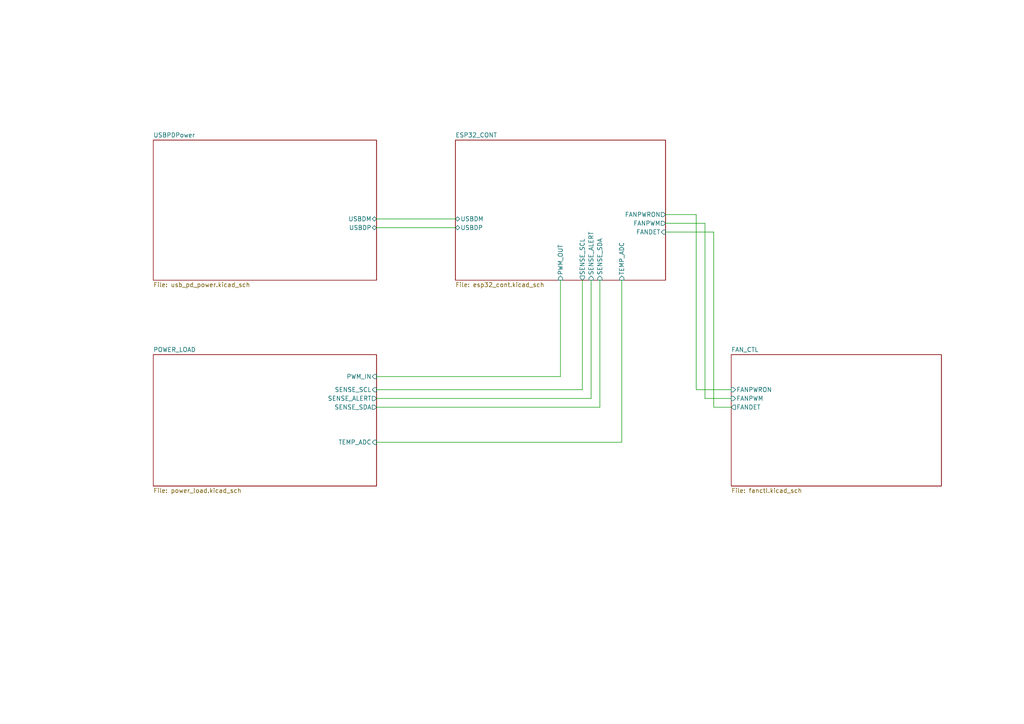
<source format=kicad_sch>
(kicad_sch
	(version 20231120)
	(generator "eeschema")
	(generator_version "8.0")
	(uuid "3e67e70f-fb04-4fc1-b37e-35862e4f3ed1")
	(paper "A4")
	(title_block
		(title "ELECTRIC LOAD & LOGGER V2")
		(date "2024-10-11")
		(rev "Rev.0")
		(company "HNZ")
		(comment 1 "Licensed under CC-BY-SA V4.0")
		(comment 2 "(C) 2024 Hiroshi Nakajima <hnakamiru1103@gmail.com>")
	)
	(lib_symbols)
	(wire
		(pts
			(xy 109.22 66.04) (xy 132.08 66.04)
		)
		(stroke
			(width 0)
			(type default)
		)
		(uuid "0e0da768-5289-4705-bcc2-d0738ca2399e")
	)
	(wire
		(pts
			(xy 201.93 113.03) (xy 212.09 113.03)
		)
		(stroke
			(width 0)
			(type default)
		)
		(uuid "351b566d-215a-4b10-89ee-a56fb41be48c")
	)
	(wire
		(pts
			(xy 162.56 109.22) (xy 109.22 109.22)
		)
		(stroke
			(width 0)
			(type default)
		)
		(uuid "36ff4525-d8cc-40d2-bf85-901a10c29260")
	)
	(wire
		(pts
			(xy 162.56 81.28) (xy 162.56 109.22)
		)
		(stroke
			(width 0)
			(type default)
		)
		(uuid "4db7275d-143d-46c2-8246-8123003cf363")
	)
	(wire
		(pts
			(xy 180.34 81.28) (xy 180.34 128.27)
		)
		(stroke
			(width 0)
			(type default)
		)
		(uuid "51427f7d-535a-4990-ae37-fd7668c3a97b")
	)
	(wire
		(pts
			(xy 171.45 81.28) (xy 171.45 115.57)
		)
		(stroke
			(width 0)
			(type default)
		)
		(uuid "583ec7d9-8e79-41e7-a084-f0f1d6977bdf")
	)
	(wire
		(pts
			(xy 212.09 115.57) (xy 204.47 115.57)
		)
		(stroke
			(width 0)
			(type default)
		)
		(uuid "5ae342be-3bda-4127-ae32-776e9ed5c007")
	)
	(wire
		(pts
			(xy 207.01 67.31) (xy 193.04 67.31)
		)
		(stroke
			(width 0)
			(type default)
		)
		(uuid "6182c17f-5291-4f53-9c2a-1699d06ae9ac")
	)
	(wire
		(pts
			(xy 173.99 81.28) (xy 173.99 118.11)
		)
		(stroke
			(width 0)
			(type default)
		)
		(uuid "65858fad-8835-4910-8af5-0f92eb206d1f")
	)
	(wire
		(pts
			(xy 168.91 113.03) (xy 109.22 113.03)
		)
		(stroke
			(width 0)
			(type default)
		)
		(uuid "70072efc-d855-4d16-b4ef-e63275582887")
	)
	(wire
		(pts
			(xy 207.01 118.11) (xy 207.01 67.31)
		)
		(stroke
			(width 0)
			(type default)
		)
		(uuid "798125fe-4bb9-4212-b9c3-e3acc50c9fa4")
	)
	(wire
		(pts
			(xy 109.22 63.5) (xy 132.08 63.5)
		)
		(stroke
			(width 0)
			(type default)
		)
		(uuid "8a12e5a8-15fa-481d-8e7b-a48eaf31b565")
	)
	(wire
		(pts
			(xy 193.04 64.77) (xy 204.47 64.77)
		)
		(stroke
			(width 0)
			(type default)
		)
		(uuid "8ca87e3d-55d6-489d-ad51-c74396b9ec3b")
	)
	(wire
		(pts
			(xy 193.04 62.23) (xy 201.93 62.23)
		)
		(stroke
			(width 0)
			(type default)
		)
		(uuid "90c14c48-f452-45b7-b090-5ef83dcd9e22")
	)
	(wire
		(pts
			(xy 168.91 81.28) (xy 168.91 113.03)
		)
		(stroke
			(width 0)
			(type default)
		)
		(uuid "c10b96c0-fe8a-4110-9a35-5d7a65e21579")
	)
	(wire
		(pts
			(xy 204.47 115.57) (xy 204.47 64.77)
		)
		(stroke
			(width 0)
			(type default)
		)
		(uuid "c19ba734-190a-4e99-a3f4-c81f423ea755")
	)
	(wire
		(pts
			(xy 173.99 118.11) (xy 109.22 118.11)
		)
		(stroke
			(width 0)
			(type default)
		)
		(uuid "d331a311-4e6b-492c-b046-24877aaf09b7")
	)
	(wire
		(pts
			(xy 212.09 118.11) (xy 207.01 118.11)
		)
		(stroke
			(width 0)
			(type default)
		)
		(uuid "d88de6ee-9ed9-4967-b2a6-39b755f03de4")
	)
	(wire
		(pts
			(xy 180.34 128.27) (xy 109.22 128.27)
		)
		(stroke
			(width 0)
			(type default)
		)
		(uuid "f916c758-823d-47fb-a69d-4789b489c6fe")
	)
	(wire
		(pts
			(xy 201.93 62.23) (xy 201.93 113.03)
		)
		(stroke
			(width 0)
			(type default)
		)
		(uuid "fb11d0b0-6c62-4999-9ce5-9e20481c17ca")
	)
	(wire
		(pts
			(xy 171.45 115.57) (xy 109.22 115.57)
		)
		(stroke
			(width 0)
			(type default)
		)
		(uuid "fddbf019-4207-419f-9633-0d344ceec753")
	)
	(sheet
		(at 212.09 102.87)
		(size 60.96 38.1)
		(fields_autoplaced yes)
		(stroke
			(width 0.1524)
			(type solid)
		)
		(fill
			(color 0 0 0 0.0000)
		)
		(uuid "0c5bed0c-00c0-4003-a023-241235537288")
		(property "Sheetname" "FAN_CTL"
			(at 212.09 102.1584 0)
			(effects
				(font
					(size 1.27 1.27)
				)
				(justify left bottom)
			)
		)
		(property "Sheetfile" "fanctl.kicad_sch"
			(at 212.09 141.5546 0)
			(effects
				(font
					(size 1.27 1.27)
				)
				(justify left top)
			)
		)
		(pin "FANPWRON" input
			(at 212.09 113.03 180)
			(effects
				(font
					(size 1.27 1.27)
				)
				(justify left)
			)
			(uuid "aa60c1a5-e1d5-4097-876a-5f8d18b25e29")
		)
		(pin "FANPWM" input
			(at 212.09 115.57 180)
			(effects
				(font
					(size 1.27 1.27)
				)
				(justify left)
			)
			(uuid "52ce67f3-3fd8-4e18-be1b-87abe94673a9")
		)
		(pin "FANDET" output
			(at 212.09 118.11 180)
			(effects
				(font
					(size 1.27 1.27)
				)
				(justify left)
			)
			(uuid "6084e664-1324-4388-a361-f5f29e3072b5")
		)
		(instances
			(project "mosfetload"
				(path "/3e67e70f-fb04-4fc1-b37e-35862e4f3ed1"
					(page "5")
				)
			)
		)
	)
	(sheet
		(at 132.08 40.64)
		(size 60.96 40.64)
		(fields_autoplaced yes)
		(stroke
			(width 0.1524)
			(type solid)
		)
		(fill
			(color 0 0 0 0.0000)
		)
		(uuid "443c84a0-2d75-472d-a310-478dcf94ad78")
		(property "Sheetname" "ESP32_CONT"
			(at 132.08 39.9284 0)
			(effects
				(font
					(size 1.27 1.27)
				)
				(justify left bottom)
			)
		)
		(property "Sheetfile" "esp32_cont.kicad_sch"
			(at 132.08 81.8646 0)
			(effects
				(font
					(size 1.27 1.27)
				)
				(justify left top)
			)
		)
		(pin "USBDP" bidirectional
			(at 132.08 66.04 180)
			(effects
				(font
					(size 1.27 1.27)
				)
				(justify left)
			)
			(uuid "d2d439e9-8a46-4bbd-9bde-86aa6000fb5c")
		)
		(pin "USBDM" bidirectional
			(at 132.08 63.5 180)
			(effects
				(font
					(size 1.27 1.27)
				)
				(justify left)
			)
			(uuid "b7811630-1638-4e5a-83ad-4604d8cd0498")
		)
		(pin "FANPWRON" output
			(at 193.04 62.23 0)
			(effects
				(font
					(size 1.27 1.27)
				)
				(justify right)
			)
			(uuid "f0578a78-9325-4bb0-a0af-fa25f9d4b6bc")
		)
		(pin "FANPWM" output
			(at 193.04 64.77 0)
			(effects
				(font
					(size 1.27 1.27)
				)
				(justify right)
			)
			(uuid "5cf1bd91-07e4-4cec-af87-d61c42be1ca4")
		)
		(pin "TEMP_ADC" input
			(at 180.34 81.28 270)
			(effects
				(font
					(size 1.27 1.27)
				)
				(justify left)
			)
			(uuid "33ab6a83-2478-4150-b3cb-d4d7414f6b1d")
		)
		(pin "SENSE_SDA" input
			(at 173.99 81.28 270)
			(effects
				(font
					(size 1.27 1.27)
				)
				(justify left)
			)
			(uuid "0b5ac2cf-08e9-4a75-bab2-d0565a254bb1")
		)
		(pin "FANDET" input
			(at 193.04 67.31 0)
			(effects
				(font
					(size 1.27 1.27)
				)
				(justify right)
			)
			(uuid "380bb6ad-0c8c-459b-b8e6-6858fdf67bc9")
		)
		(pin "PWM_OUT" input
			(at 162.56 81.28 270)
			(effects
				(font
					(size 1.27 1.27)
				)
				(justify left)
			)
			(uuid "b1b68fd5-aeb0-49b2-8828-45145bc6dbc3")
		)
		(pin "SENSE_SCL" output
			(at 168.91 81.28 270)
			(effects
				(font
					(size 1.27 1.27)
				)
				(justify left)
			)
			(uuid "eb56d66c-57a4-4de1-aabe-199d4c6d81d8")
		)
		(pin "SENSE_ALERT" input
			(at 171.45 81.28 270)
			(effects
				(font
					(size 1.27 1.27)
				)
				(justify left)
			)
			(uuid "de5a9e81-6fd9-4e84-8985-28dfecf74dd9")
		)
		(instances
			(project "mosfetload"
				(path "/3e67e70f-fb04-4fc1-b37e-35862e4f3ed1"
					(page "3")
				)
			)
		)
	)
	(sheet
		(at 44.45 102.87)
		(size 64.77 38.1)
		(fields_autoplaced yes)
		(stroke
			(width 0.1524)
			(type solid)
		)
		(fill
			(color 0 0 0 0.0000)
		)
		(uuid "8eaf6006-d155-4c74-832a-6210db2d2794")
		(property "Sheetname" "POWER_LOAD"
			(at 44.45 102.1584 0)
			(effects
				(font
					(size 1.27 1.27)
				)
				(justify left bottom)
			)
		)
		(property "Sheetfile" "power_load.kicad_sch"
			(at 44.45 141.5546 0)
			(effects
				(font
					(size 1.27 1.27)
				)
				(justify left top)
			)
		)
		(pin "PWM_IN" input
			(at 109.22 109.22 0)
			(effects
				(font
					(size 1.27 1.27)
				)
				(justify right)
			)
			(uuid "f2bf1c2e-759f-4f35-975c-7faed6f474ff")
		)
		(pin "SENSE_SCL" input
			(at 109.22 113.03 0)
			(effects
				(font
					(size 1.27 1.27)
				)
				(justify right)
			)
			(uuid "68c4ab99-4f25-421b-93c9-003c439dfcb7")
		)
		(pin "SENSE_ALERT" output
			(at 109.22 115.57 0)
			(effects
				(font
					(size 1.27 1.27)
				)
				(justify right)
			)
			(uuid "d35f547d-310d-4e9e-88ab-bf67023467b9")
		)
		(pin "SENSE_SDA" output
			(at 109.22 118.11 0)
			(effects
				(font
					(size 1.27 1.27)
				)
				(justify right)
			)
			(uuid "54fb0006-8018-44fd-943b-a0a2e2300d00")
		)
		(pin "TEMP_ADC" input
			(at 109.22 128.27 0)
			(effects
				(font
					(size 1.27 1.27)
				)
				(justify right)
			)
			(uuid "1d61e86b-4529-4d42-90cf-d4819afc8716")
		)
		(instances
			(project "mosfetload"
				(path "/3e67e70f-fb04-4fc1-b37e-35862e4f3ed1"
					(page "4")
				)
			)
		)
	)
	(sheet
		(at 44.45 40.64)
		(size 64.77 40.64)
		(fields_autoplaced yes)
		(stroke
			(width 0.1524)
			(type solid)
		)
		(fill
			(color 0 0 0 0.0000)
		)
		(uuid "fb60c159-7983-46e9-9cc6-2751c811ed25")
		(property "Sheetname" "USBPDPower"
			(at 44.45 39.9284 0)
			(effects
				(font
					(size 1.27 1.27)
				)
				(justify left bottom)
			)
		)
		(property "Sheetfile" "usb_pd_power.kicad_sch"
			(at 44.45 81.8646 0)
			(effects
				(font
					(size 1.27 1.27)
				)
				(justify left top)
			)
		)
		(pin "USBDM" bidirectional
			(at 109.22 63.5 0)
			(effects
				(font
					(size 1.27 1.27)
				)
				(justify right)
			)
			(uuid "0b52baa4-c7b5-4930-9668-ed6a27fc695e")
		)
		(pin "USBDP" bidirectional
			(at 109.22 66.04 0)
			(effects
				(font
					(size 1.27 1.27)
				)
				(justify right)
			)
			(uuid "f56d4276-baea-4e03-bf87-13dfa1045984")
		)
		(instances
			(project "mosfetload"
				(path "/3e67e70f-fb04-4fc1-b37e-35862e4f3ed1"
					(page "2")
				)
			)
		)
	)
	(sheet_instances
		(path "/"
			(page "1")
		)
	)
)

</source>
